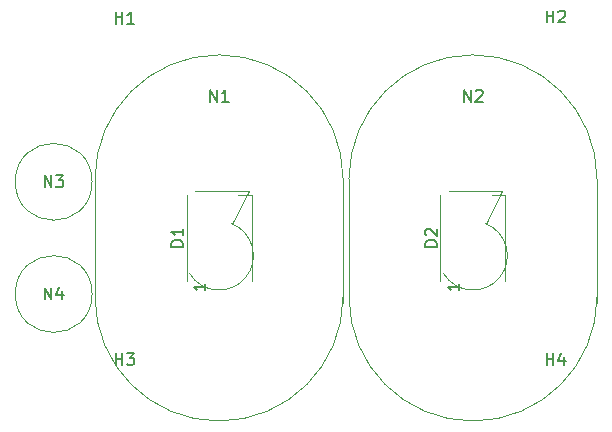
<source format=gto>
G04 #@! TF.GenerationSoftware,KiCad,Pcbnew,5.1.2*
G04 #@! TF.CreationDate,2019-05-05T16:50:57+02:00*
G04 #@! TF.ProjectId,nixieboard,6e697869-6562-46f6-9172-642e6b696361,rev?*
G04 #@! TF.SameCoordinates,Original*
G04 #@! TF.FileFunction,Legend,Top*
G04 #@! TF.FilePolarity,Positive*
%FSLAX46Y46*%
G04 Gerber Fmt 4.6, Leading zero omitted, Abs format (unit mm)*
G04 Created by KiCad (PCBNEW 5.1.2) date 2019-05-05 16:50:57*
%MOMM*%
%LPD*%
G04 APERTURE LIST*
%ADD10C,0.120000*%
%ADD11C,0.150000*%
G04 APERTURE END LIST*
D10*
X154750000Y-82350000D02*
X153600000Y-82350000D01*
X154750000Y-89650000D02*
X154750000Y-82350000D01*
X149250000Y-89650000D02*
X149250000Y-82350000D01*
X154500000Y-82000000D02*
X150000000Y-82000000D01*
X153082780Y-84793050D02*
X154500000Y-82000000D01*
X153082781Y-84793050D02*
G75*
G02X149500001Y-88999999I-1082781J-2706950D01*
G01*
X141500000Y-81000000D02*
X141500000Y-91000000D01*
X162500000Y-81000000D02*
X162500000Y-91500000D01*
X162500000Y-91000000D02*
G75*
G02X141500000Y-91000000I-10500000J0D01*
G01*
X141500000Y-81000000D02*
G75*
G02X162500000Y-81000000I10500000J0D01*
G01*
X133000000Y-82000000D02*
X128500000Y-82000000D01*
X131582780Y-84793050D02*
X133000000Y-82000000D01*
X131582781Y-84793050D02*
G75*
G02X128000001Y-88999999I-1082781J-2706950D01*
G01*
X120000000Y-81000000D02*
X120000000Y-91000000D01*
X141000000Y-81000000D02*
X141000000Y-91500000D01*
X141000000Y-91000000D02*
G75*
G02X120000000Y-91000000I-10500000J0D01*
G01*
X120000000Y-81000000D02*
G75*
G02X141000000Y-81000000I10500000J0D01*
G01*
X119750000Y-90750000D02*
G75*
G03X119750000Y-90750000I-3250000J0D01*
G01*
X119750000Y-81250000D02*
G75*
G03X119750000Y-81250000I-3250000J0D01*
G01*
X133250000Y-82350000D02*
X132100000Y-82350000D01*
X133250000Y-89650000D02*
X133250000Y-82350000D01*
X127750000Y-89650000D02*
X127750000Y-82350000D01*
D11*
X148952380Y-86738095D02*
X147952380Y-86738095D01*
X147952380Y-86500000D01*
X148000000Y-86357142D01*
X148095238Y-86261904D01*
X148190476Y-86214285D01*
X148380952Y-86166666D01*
X148523809Y-86166666D01*
X148714285Y-86214285D01*
X148809523Y-86261904D01*
X148904761Y-86357142D01*
X148952380Y-86500000D01*
X148952380Y-86738095D01*
X148047619Y-85785714D02*
X148000000Y-85738095D01*
X147952380Y-85642857D01*
X147952380Y-85404761D01*
X148000000Y-85309523D01*
X148047619Y-85261904D01*
X148142857Y-85214285D01*
X148238095Y-85214285D01*
X148380952Y-85261904D01*
X148952380Y-85833333D01*
X148952380Y-85214285D01*
X150852380Y-89864285D02*
X150852380Y-90435714D01*
X150852380Y-90150000D02*
X149852380Y-90150000D01*
X149995238Y-90245238D01*
X150090476Y-90340476D01*
X150138095Y-90435714D01*
X151238095Y-74452380D02*
X151238095Y-73452380D01*
X151809523Y-74452380D01*
X151809523Y-73452380D01*
X152238095Y-73547619D02*
X152285714Y-73500000D01*
X152380952Y-73452380D01*
X152619047Y-73452380D01*
X152714285Y-73500000D01*
X152761904Y-73547619D01*
X152809523Y-73642857D01*
X152809523Y-73738095D01*
X152761904Y-73880952D01*
X152190476Y-74452380D01*
X152809523Y-74452380D01*
X129738095Y-74452380D02*
X129738095Y-73452380D01*
X130309523Y-74452380D01*
X130309523Y-73452380D01*
X131309523Y-74452380D02*
X130738095Y-74452380D01*
X131023809Y-74452380D02*
X131023809Y-73452380D01*
X130928571Y-73595238D01*
X130833333Y-73690476D01*
X130738095Y-73738095D01*
X115738095Y-91202380D02*
X115738095Y-90202380D01*
X116309523Y-91202380D01*
X116309523Y-90202380D01*
X117214285Y-90535714D02*
X117214285Y-91202380D01*
X116976190Y-90154761D02*
X116738095Y-90869047D01*
X117357142Y-90869047D01*
X115738095Y-81702380D02*
X115738095Y-80702380D01*
X116309523Y-81702380D01*
X116309523Y-80702380D01*
X116690476Y-80702380D02*
X117309523Y-80702380D01*
X116976190Y-81083333D01*
X117119047Y-81083333D01*
X117214285Y-81130952D01*
X117261904Y-81178571D01*
X117309523Y-81273809D01*
X117309523Y-81511904D01*
X117261904Y-81607142D01*
X117214285Y-81654761D01*
X117119047Y-81702380D01*
X116833333Y-81702380D01*
X116738095Y-81654761D01*
X116690476Y-81607142D01*
X127452380Y-86738095D02*
X126452380Y-86738095D01*
X126452380Y-86500000D01*
X126500000Y-86357142D01*
X126595238Y-86261904D01*
X126690476Y-86214285D01*
X126880952Y-86166666D01*
X127023809Y-86166666D01*
X127214285Y-86214285D01*
X127309523Y-86261904D01*
X127404761Y-86357142D01*
X127452380Y-86500000D01*
X127452380Y-86738095D01*
X127452380Y-85214285D02*
X127452380Y-85785714D01*
X127452380Y-85500000D02*
X126452380Y-85500000D01*
X126595238Y-85595238D01*
X126690476Y-85690476D01*
X126738095Y-85785714D01*
X129352380Y-89864285D02*
X129352380Y-90435714D01*
X129352380Y-90150000D02*
X128352380Y-90150000D01*
X128495238Y-90245238D01*
X128590476Y-90340476D01*
X128638095Y-90435714D01*
X121738095Y-67852380D02*
X121738095Y-66852380D01*
X121738095Y-67328571D02*
X122309523Y-67328571D01*
X122309523Y-67852380D02*
X122309523Y-66852380D01*
X123309523Y-67852380D02*
X122738095Y-67852380D01*
X123023809Y-67852380D02*
X123023809Y-66852380D01*
X122928571Y-66995238D01*
X122833333Y-67090476D01*
X122738095Y-67138095D01*
X158238095Y-67752380D02*
X158238095Y-66752380D01*
X158238095Y-67228571D02*
X158809523Y-67228571D01*
X158809523Y-67752380D02*
X158809523Y-66752380D01*
X159238095Y-66847619D02*
X159285714Y-66800000D01*
X159380952Y-66752380D01*
X159619047Y-66752380D01*
X159714285Y-66800000D01*
X159761904Y-66847619D01*
X159809523Y-66942857D01*
X159809523Y-67038095D01*
X159761904Y-67180952D01*
X159190476Y-67752380D01*
X159809523Y-67752380D01*
X121738095Y-96752380D02*
X121738095Y-95752380D01*
X121738095Y-96228571D02*
X122309523Y-96228571D01*
X122309523Y-96752380D02*
X122309523Y-95752380D01*
X122690476Y-95752380D02*
X123309523Y-95752380D01*
X122976190Y-96133333D01*
X123119047Y-96133333D01*
X123214285Y-96180952D01*
X123261904Y-96228571D01*
X123309523Y-96323809D01*
X123309523Y-96561904D01*
X123261904Y-96657142D01*
X123214285Y-96704761D01*
X123119047Y-96752380D01*
X122833333Y-96752380D01*
X122738095Y-96704761D01*
X122690476Y-96657142D01*
X158238095Y-96752380D02*
X158238095Y-95752380D01*
X158238095Y-96228571D02*
X158809523Y-96228571D01*
X158809523Y-96752380D02*
X158809523Y-95752380D01*
X159714285Y-96085714D02*
X159714285Y-96752380D01*
X159476190Y-95704761D02*
X159238095Y-96419047D01*
X159857142Y-96419047D01*
M02*

</source>
